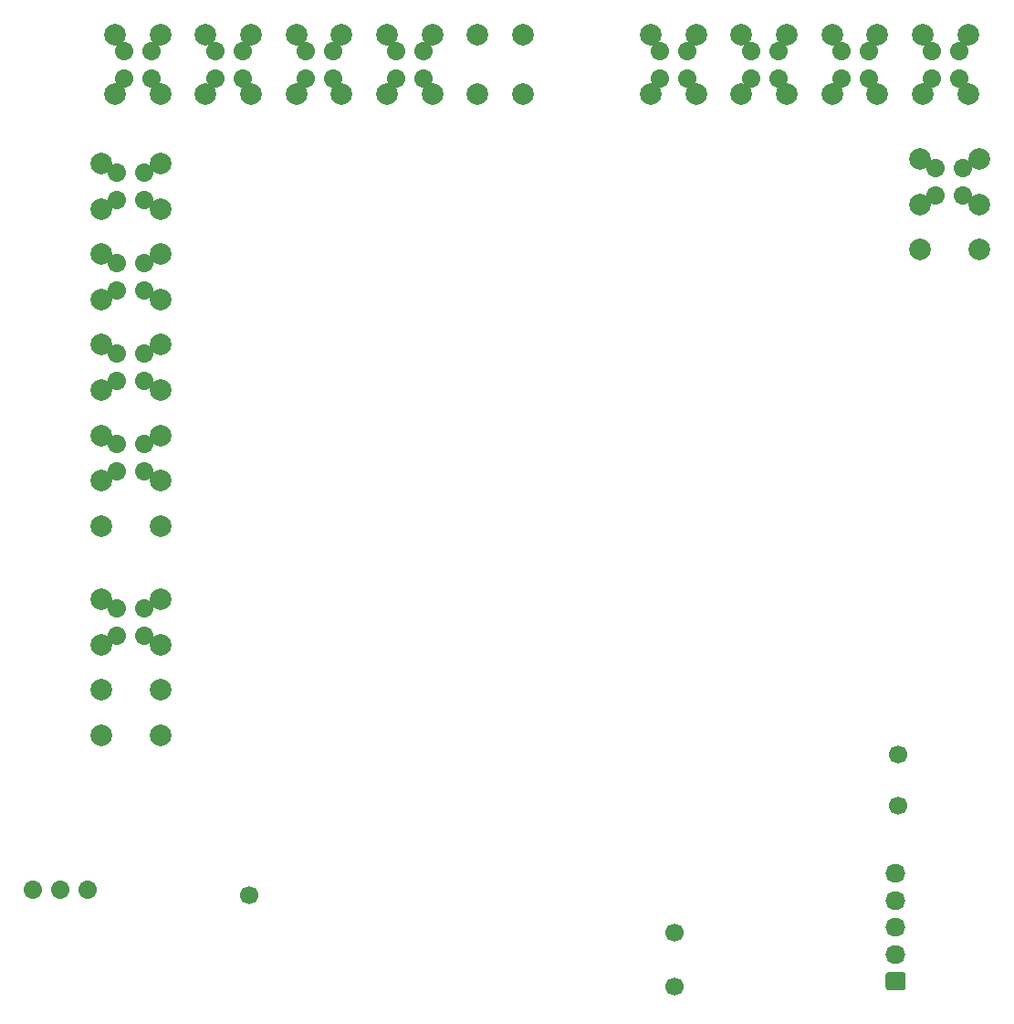
<source format=gbl>
G04 #@! TF.GenerationSoftware,KiCad,Pcbnew,7.0.9*
G04 #@! TF.CreationDate,2024-02-17T00:51:03+03:00*
G04 #@! TF.ProjectId,hellen1-uaefi,68656c6c-656e-4312-9d75-616566692e6b,rev?*
G04 #@! TF.SameCoordinates,PX55d4a80PY8f0d180*
G04 #@! TF.FileFunction,Copper,L4,Bot*
G04 #@! TF.FilePolarity,Positive*
%FSLAX46Y46*%
G04 Gerber Fmt 4.6, Leading zero omitted, Abs format (unit mm)*
G04 Created by KiCad (PCBNEW 7.0.9) date 2024-02-17 00:51:03*
%MOMM*%
%LPD*%
G01*
G04 APERTURE LIST*
G04 #@! TA.AperFunction,ComponentPad*
%ADD10C,1.700000*%
G04 #@! TD*
G04 #@! TA.AperFunction,ComponentPad*
%ADD11O,1.700000X1.700000*%
G04 #@! TD*
G04 #@! TA.AperFunction,ComponentPad*
%ADD12C,2.000000*%
G04 #@! TD*
G04 #@! TA.AperFunction,ComponentPad*
%ADD13O,1.850000X1.700000*%
G04 #@! TD*
G04 APERTURE END LIST*
D10*
G04 #@! TO.P,P805,1,Pin_1*
G04 #@! TO.N,Net-(M801-DC2_PWM)*
X23025126Y11000000D03*
G04 #@! TD*
G04 #@! TO.P,P804,1,Pin_1*
G04 #@! TO.N,Net-(M801-LED_GREEN)*
X62525126Y7500000D03*
G04 #@! TD*
G04 #@! TO.P,P803,1,Pin_1*
G04 #@! TO.N,Net-(M801-LED_YELLOW)*
X62525126Y2500000D03*
G04 #@! TD*
G04 #@! TO.P,P802,1,Pin_1*
G04 #@! TO.N,Net-(M801-Tx)*
X83225126Y19300000D03*
G04 #@! TD*
G04 #@! TO.P,P801,1,Pin_1*
G04 #@! TO.N,Net-(M801-Rx)*
X83225126Y24000000D03*
G04 #@! TD*
D11*
G04 #@! TO.P,J802,1,Pin_1*
G04 #@! TO.N,Net-(J802-Pin_1)*
X3025126Y11500000D03*
G04 #@! TO.P,J802,2,Pin_2*
G04 #@! TO.N,Net-(J802-Pin_2)*
X5565126Y11500000D03*
G04 #@! TO.P,J802,3,Pin_3*
G04 #@! TO.N,Net-(J802-Pin_3)*
X8105126Y11500000D03*
G04 #@! TD*
D12*
G04 #@! TO.P,P809,1,Pin_1*
G04 #@! TO.N,/GND_A4*
X9300126Y38400000D03*
G04 #@! TD*
D10*
G04 #@! TO.P,M801,P18,DC2_PWM*
G04 #@! TO.N,Net-(M801-DC2_PWM)*
X23025126Y11000000D03*
G04 #@! TO.P,M801,P17,DC1_PWM*
G04 #@! TO.N,Net-(J802-Pin_1)*
X3025126Y11500000D03*
G04 #@! TO.P,M801,P16,DC2_DIR*
G04 #@! TO.N,Net-(J802-Pin_3)*
X8105126Y11500000D03*
G04 #@! TO.P,M801,P15,DC1_DIR*
G04 #@! TO.N,Net-(J802-Pin_2)*
X5565126Y11500000D03*
G04 #@! TO.P,M801,P8,Tx*
G04 #@! TO.N,Net-(M801-Tx)*
X83225126Y19300000D03*
G04 #@! TO.P,M801,P7,Rx*
G04 #@! TO.N,Net-(M801-Rx)*
X83225126Y24000000D03*
G04 #@! TO.P,M801,P4,LED_GREEN*
G04 #@! TO.N,Net-(M801-LED_GREEN)*
X62525126Y7500000D03*
G04 #@! TO.P,M801,P3,LED_YELLOW*
G04 #@! TO.N,Net-(M801-LED_YELLOW)*
X62525126Y2500000D03*
D13*
G04 #@! TO.P,M801,J5,GND*
G04 #@! TO.N,Net-(J801-Pin_5)*
X83025126Y13000000D03*
G04 #@! TO.P,M801,J4,GND*
G04 #@! TO.N,Net-(J801-Pin_4)*
X83025126Y10500000D03*
G04 #@! TO.P,M801,J3,USB+*
G04 #@! TO.N,Net-(J801-Pin_3)*
X83025126Y8000000D03*
G04 #@! TO.P,M801,J2,USB-*
G04 #@! TO.N,Net-(J801-Pin_2)*
X83025126Y5500000D03*
G04 #@! TO.P,M801,J1,VBUS*
G04 #@! TO.N,Net-(J801-Pin_1)*
G04 #@! TA.AperFunction,ComponentPad*
G36*
G01*
X83700126Y2150000D02*
X82350126Y2150000D01*
G75*
G02*
X82100126Y2400000I0J250000D01*
G01*
X82100126Y3600000D01*
G75*
G02*
X82350126Y3850000I250000J0D01*
G01*
X83700126Y3850000D01*
G75*
G02*
X83950126Y3600000I0J-250000D01*
G01*
X83950126Y2400000D01*
G75*
G02*
X83700126Y2150000I-250000J0D01*
G01*
G37*
G04 #@! TD.AperFunction*
D12*
G04 #@! TO.P,M801,E6,WBO_Vm*
G04 #@! TO.N,/WBO_Vm*
X85250126Y70800000D03*
D10*
G04 #@! TO.P,M801,E5,WBO_Ip*
G04 #@! TO.N,/WBO_Ip*
X86750126Y75850000D03*
D12*
X85250126Y75000000D03*
D10*
G04 #@! TO.P,M801,E4,WBO_Un*
G04 #@! TO.N,/WBO_Un*
X86750126Y78390000D03*
D12*
X85250126Y79200000D03*
G04 #@! TO.P,M801,E3,WBO_Heater*
G04 #@! TO.N,/WBO_Heater*
X90750126Y70800000D03*
G04 #@! TO.P,M801,E2,WBO_Rtrim*
G04 #@! TO.N,/WBO_Rtrim*
X90750126Y75000000D03*
D10*
X89290126Y75850000D03*
D12*
G04 #@! TO.P,M801,E1,+12V_RAW*
G04 #@! TO.N,/WBO_12V*
X90750126Y79200000D03*
D10*
X89290126Y78390000D03*
D12*
G04 #@! TO.P,M801,D16,IN_CLT*
G04 #@! TO.N,/IN_CLT*
X89725126Y85225000D03*
D10*
X88915126Y86685000D03*
G04 #@! TO.P,M801,D15,IN_IAT*
G04 #@! TO.N,/IN_IAT*
X86375126Y86685000D03*
D12*
X85525126Y85225000D03*
G04 #@! TO.P,M801,D14,IN_KNOCK_RAW*
G04 #@! TO.N,/IN_KNOCK_RAW*
X81325126Y85225000D03*
D10*
X80515126Y86685000D03*
G04 #@! TO.P,M801,D13,IN_TPS1*
G04 #@! TO.N,/IN_TPS1*
X77975126Y86685000D03*
D12*
X77125126Y85225000D03*
G04 #@! TO.P,M801,D12,GNDA*
G04 #@! TO.N,/GNDA_D12*
X72925126Y85225000D03*
D10*
X72115126Y86685000D03*
G04 #@! TO.P,M801,D11,GNDA*
G04 #@! TO.N,/GNDA_D11*
X69575126Y86685000D03*
D12*
X68725126Y85225000D03*
G04 #@! TO.P,M801,D10,IN_BUTTON2*
G04 #@! TO.N,/IN_BUTTON2*
X64525126Y85225000D03*
D10*
X63715126Y86685000D03*
G04 #@! TO.P,M801,D9,IN_MAP*
G04 #@! TO.N,/IN_MAP*
X61175126Y86685000D03*
D12*
X60325126Y85225000D03*
G04 #@! TO.P,M801,D8,CAN-*
G04 #@! TO.N,/CAN-*
X89725126Y90725000D03*
D10*
X88915126Y89225000D03*
G04 #@! TO.P,M801,D7,CAN+*
G04 #@! TO.N,/CAN+*
X86375126Y89225000D03*
D12*
X85525126Y90725000D03*
G04 #@! TO.P,M801,D6,IN_PPS1*
G04 #@! TO.N,/IN_PPS1*
X81325126Y90725000D03*
D10*
X80515126Y89225000D03*
G04 #@! TO.P,M801,D5,IN_FLEX*
G04 #@! TO.N,/IN_FLEX*
X77975126Y89225000D03*
D12*
X77125126Y90725000D03*
G04 #@! TO.P,M801,D4,+5VP*
G04 #@! TO.N,/5VP_D4*
X72925126Y90725000D03*
D10*
X72115126Y89225000D03*
G04 #@! TO.P,M801,D3,+5VP*
G04 #@! TO.N,/5VP_D3*
X69575126Y89225000D03*
D12*
X68725126Y90725000D03*
G04 #@! TO.P,M801,D2,IN_BUTTON1*
G04 #@! TO.N,/IN_BUTTON1*
X64525126Y90725000D03*
D10*
X63715126Y89225000D03*
G04 #@! TO.P,M801,D1,IN_AUX1*
G04 #@! TO.N,/IN_AUX1*
X61175126Y89225000D03*
D12*
X60325126Y90725000D03*
G04 #@! TO.P,M801,C20,EGT-*
G04 #@! TO.N,/EGT-*
X48425126Y85225000D03*
G04 #@! TO.P,M801,C19,VR_DISCRETE-*
G04 #@! TO.N,/VR1-*
X44225126Y85225000D03*
G04 #@! TO.P,M801,C18,VR_DISCRETE+*
G04 #@! TO.N,/VR1+*
X40025126Y85225000D03*
D10*
X39215126Y86685000D03*
G04 #@! TO.P,M801,C17,VR_MAX9924-*
G04 #@! TO.N,/VR2-*
X36675126Y86685000D03*
D12*
X35825126Y85225000D03*
G04 #@! TO.P,M801,C16,VR_MAX9924+*
G04 #@! TO.N,/VR2+*
X31625126Y85225000D03*
D10*
X30815126Y86685000D03*
G04 #@! TO.P,M801,C15,IN_AUX3*
G04 #@! TO.N,/IN_AUX3*
X28275126Y86685000D03*
D12*
X27425126Y85225000D03*
G04 #@! TO.P,M801,C14,IN_TPS2*
G04 #@! TO.N,/IN_TPS2*
X23225126Y85225000D03*
D10*
X22415126Y86685000D03*
G04 #@! TO.P,M801,C13,GNDA*
G04 #@! TO.N,/GNDA_C13*
X19875126Y86685000D03*
D12*
X19025126Y85225000D03*
G04 #@! TO.P,M801,C12,GNDA*
G04 #@! TO.N,/GNDA_C12*
X14825126Y85225000D03*
D10*
X14015126Y86685000D03*
G04 #@! TO.P,M801,C11,GNDA*
G04 #@! TO.N,/GNDA_C11*
X11475126Y86685000D03*
D12*
X10625126Y85225000D03*
G04 #@! TO.P,M801,C10,EGT+*
G04 #@! TO.N,/EGT+*
X48425126Y90725000D03*
G04 #@! TO.P,M801,C9,IN_BUTTON3*
G04 #@! TO.N,/IN_BUTTON3*
X44225126Y90725000D03*
G04 #@! TO.P,M801,C8,GND*
G04 #@! TO.N,/GND_C8*
X40025126Y90725000D03*
D10*
X39215126Y89225000D03*
G04 #@! TO.P,M801,C7,IN_HALL3*
G04 #@! TO.N,/IN_HALL3*
X36675126Y89225000D03*
D12*
X35825126Y90725000D03*
G04 #@! TO.P,M801,C6,IN_HALL2*
G04 #@! TO.N,/IN_HALL2*
X31625126Y90725000D03*
D10*
X30815126Y89225000D03*
G04 #@! TO.P,M801,C5,IN_HALL1*
G04 #@! TO.N,/IN_HALL1*
X28275126Y89225000D03*
D12*
X27425126Y90725000D03*
G04 #@! TO.P,M801,C4,IN_PPS2*
G04 #@! TO.N,/IN_PPS2*
X23225126Y90725000D03*
D10*
X22415126Y89225000D03*
G04 #@! TO.P,M801,C3,IN_AUX2*
G04 #@! TO.N,/IN_AUX2*
X19875126Y89225000D03*
D12*
X19025126Y90725000D03*
G04 #@! TO.P,M801,C2,+5VP*
G04 #@! TO.N,/5VP_C2*
X14825126Y90725000D03*
D10*
X14015126Y89225000D03*
G04 #@! TO.P,M801,C1,+5VP*
G04 #@! TO.N,/5VP_C1*
X11475126Y89225000D03*
D12*
X10625126Y90725000D03*
G04 #@! TO.P,M801,B18,OUT_LS2*
G04 #@! TO.N,/OUT_LS2*
X14800126Y78800000D03*
D10*
X13340126Y77990000D03*
D12*
G04 #@! TO.P,M801,B17,OUT_LS3*
G04 #@! TO.N,/OUT_LS3*
X14800126Y74600000D03*
D10*
X13340126Y75450000D03*
D12*
G04 #@! TO.P,M801,B16,OUT_LS4*
G04 #@! TO.N,/OUT_LS4*
X14800126Y70400000D03*
D10*
X13340126Y69590000D03*
D12*
G04 #@! TO.P,M801,B15,OUT_IGN1*
G04 #@! TO.N,/OUT_IGN1*
X14800126Y66200000D03*
D10*
X13340126Y67050000D03*
D12*
G04 #@! TO.P,M801,B14,OUT_IGN2*
G04 #@! TO.N,/OUT_IGN2*
X14800126Y62000000D03*
D10*
X13340126Y61190000D03*
D12*
G04 #@! TO.P,M801,B13,OUT_IGN5*
G04 #@! TO.N,/OUT_IGN5*
X14800126Y57800000D03*
D10*
X13340126Y58650000D03*
D12*
G04 #@! TO.P,M801,B12,OUT_IGN3*
G04 #@! TO.N,/OUT_IGN3*
X14800126Y53600000D03*
D10*
X13340126Y52790000D03*
D12*
G04 #@! TO.P,M801,B11,OUT_IGN4*
G04 #@! TO.N,/OUT_IGN4*
X14800126Y49400000D03*
D10*
X13340126Y50250000D03*
D12*
G04 #@! TO.P,M801,B10,OUT_IGN6*
G04 #@! TO.N,/OUT_IGN6*
X14800126Y45200000D03*
D10*
G04 #@! TO.P,M801,B9,OUT_LS_WEAK1*
G04 #@! TO.N,/OUT_LS_HOT1*
X10800126Y77990000D03*
D12*
X9300126Y78800000D03*
D10*
G04 #@! TO.P,M801,B8,OUT_LS_WEAK2*
G04 #@! TO.N,/OUT_LS_HOT2*
X10800126Y75450000D03*
D12*
X9300126Y74600000D03*
D10*
G04 #@! TO.P,M801,B7,OUT_LS1*
G04 #@! TO.N,/OUT_LS1*
X10800126Y69590000D03*
D12*
X9300126Y70400000D03*
D10*
G04 #@! TO.P,M801,B6,OUT_INJ1*
G04 #@! TO.N,/OUT_INJ1*
X10800126Y67050000D03*
D12*
X9300126Y66200000D03*
D10*
G04 #@! TO.P,M801,B5,OUT_INJ2*
G04 #@! TO.N,/OUT_INJ2*
X10800126Y61190000D03*
D12*
X9300126Y62000000D03*
D10*
G04 #@! TO.P,M801,B4,OUT_INJ3*
G04 #@! TO.N,/OUT_INJ3*
X10800126Y58650000D03*
D12*
X9300126Y57800000D03*
D10*
G04 #@! TO.P,M801,B3,OUT_INJ4*
G04 #@! TO.N,/OUT_INJ4*
X10800126Y52790000D03*
D12*
X9300126Y53600000D03*
D10*
G04 #@! TO.P,M801,B2,OUT_INJ5*
G04 #@! TO.N,/OUT_INJ5*
X10800126Y50250000D03*
D12*
X9300126Y49400000D03*
G04 #@! TO.P,M801,B1,OUT_INJ6*
G04 #@! TO.N,/OUT_INJ6*
X9300126Y45200000D03*
G04 #@! TO.P,M801,A8,IN_V_MAIN*
G04 #@! TO.N,/12V*
X14800126Y38400000D03*
D10*
X13340126Y37590000D03*
D12*
G04 #@! TO.P,M801,A7,IN_VIGN*
G04 #@! TO.N,/12V_KEY*
X14800126Y34200000D03*
D10*
X13340126Y35050000D03*
D12*
G04 #@! TO.P,M801,A6,OUT_DC2+*
G04 #@! TO.N,/OUT_DC2+*
X14800126Y30000000D03*
G04 #@! TO.P,M801,A5,OUT_DC1+*
G04 #@! TO.N,/OUT_DC1+*
X14800126Y25800000D03*
D10*
G04 #@! TO.P,M801,A4,GND*
G04 #@! TO.N,/GND_A4*
X10800126Y37590000D03*
D12*
X9300126Y38400000D03*
D10*
G04 #@! TO.P,M801,A3,GND*
G04 #@! TO.N,/GND_A3*
X10800126Y35050000D03*
D12*
X9300126Y34200000D03*
G04 #@! TO.P,M801,A2,OUT_DC2-*
G04 #@! TO.N,/OUT_DC2-*
X9300126Y30000000D03*
G04 #@! TO.P,M801,A1,OUT_DC1-*
G04 #@! TO.N,/OUT_DC1-*
X9300126Y25800000D03*
G04 #@! TD*
D11*
G04 #@! TO.P,J805,1,Pin_1*
G04 #@! TO.N,/5VP_D3*
X69575126Y89225000D03*
G04 #@! TO.P,J805,2,Pin_2*
G04 #@! TO.N,/5VP_D4*
X72115126Y89225000D03*
G04 #@! TO.P,J805,3,Pin_3*
G04 #@! TO.N,/GNDA_D11*
X69575126Y86685000D03*
G04 #@! TO.P,J805,4,Pin_4*
G04 #@! TO.N,/GNDA_D12*
X72115126Y86685000D03*
G04 #@! TD*
D12*
G04 #@! TO.P,P825,1,Pin_1*
G04 #@! TO.N,/OUT_IGN3*
X14800126Y53600000D03*
G04 #@! TD*
G04 #@! TO.P,P859,1,Pin_1*
G04 #@! TO.N,/CAN-*
X89725126Y90725000D03*
G04 #@! TD*
G04 #@! TO.P,P824,1,Pin_1*
G04 #@! TO.N,/OUT_IGN4*
X14800126Y49400000D03*
G04 #@! TD*
G04 #@! TO.P,P834,1,Pin_1*
G04 #@! TO.N,/IN_AUX2*
X19025126Y90725000D03*
G04 #@! TD*
G04 #@! TO.P,P819,1,Pin_1*
G04 #@! TO.N,/OUT_INJ1*
X9300126Y66200000D03*
G04 #@! TD*
G04 #@! TO.P,P852,1,Pin_1*
G04 #@! TO.N,/IN_AUX1*
X60325126Y90725000D03*
G04 #@! TD*
G04 #@! TO.P,P867,1,Pin_1*
G04 #@! TO.N,/IN_CLT*
X89725126Y85225000D03*
G04 #@! TD*
G04 #@! TO.P,P818,1,Pin_1*
G04 #@! TO.N,/OUT_INJ2*
X9300126Y62000000D03*
G04 #@! TD*
G04 #@! TO.P,P817,1,Pin_1*
G04 #@! TO.N,/OUT_INJ3*
X9300126Y57800000D03*
G04 #@! TD*
G04 #@! TO.P,P841,1,Pin_1*
G04 #@! TO.N,/EGT+*
X48425126Y90725000D03*
G04 #@! TD*
G04 #@! TO.P,P872,1,Pin_1*
G04 #@! TO.N,/WBO_Ip*
X85250126Y75000000D03*
G04 #@! TD*
G04 #@! TO.P,P857,1,Pin_1*
G04 #@! TO.N,/IN_PPS1*
X81325126Y90725000D03*
G04 #@! TD*
G04 #@! TO.P,P840,1,Pin_1*
G04 #@! TO.N,/IN_BUTTON3*
X44225126Y90725000D03*
G04 #@! TD*
G04 #@! TO.P,P837,1,Pin_1*
G04 #@! TO.N,/IN_HALL2*
X31625126Y90725000D03*
G04 #@! TD*
G04 #@! TO.P,P822,1,Pin_1*
G04 #@! TO.N,/OUT_LS_HOT1*
X9300126Y78800000D03*
G04 #@! TD*
G04 #@! TO.P,P870,1,Pin_1*
G04 #@! TO.N,/WBO_Heater*
X90750126Y70800000D03*
G04 #@! TD*
D11*
G04 #@! TO.P,J815,1,Pin_1*
G04 #@! TO.N,/IN_HALL3*
X36675126Y89225000D03*
G04 #@! TO.P,J815,2,Pin_2*
G04 #@! TO.N,/GND_C8*
X39215126Y89225000D03*
G04 #@! TO.P,J815,3,Pin_3*
G04 #@! TO.N,/VR2-*
X36675126Y86685000D03*
G04 #@! TO.P,J815,4,Pin_4*
G04 #@! TO.N,/VR1+*
X39215126Y86685000D03*
G04 #@! TD*
D12*
G04 #@! TO.P,P865,1,Pin_1*
G04 #@! TO.N,/IN_KNOCK_RAW*
X81325126Y85225000D03*
G04 #@! TD*
G04 #@! TO.P,P835,1,Pin_1*
G04 #@! TO.N,/IN_PPS2*
X23225126Y90725000D03*
G04 #@! TD*
G04 #@! TO.P,P816,1,Pin_1*
G04 #@! TO.N,/OUT_INJ4*
X9300126Y53600000D03*
G04 #@! TD*
G04 #@! TO.P,P838,1,Pin_1*
G04 #@! TO.N,/IN_HALL3*
X35825126Y90725000D03*
G04 #@! TD*
G04 #@! TO.P,P848,1,Pin_1*
G04 #@! TO.N,/VR2-*
X35825126Y85225000D03*
G04 #@! TD*
G04 #@! TO.P,P866,1,Pin_1*
G04 #@! TO.N,/IN_IAT*
X85525126Y85225000D03*
G04 #@! TD*
G04 #@! TO.P,P813,1,Pin_1*
G04 #@! TO.N,/12V*
X14800126Y38400000D03*
G04 #@! TD*
D11*
G04 #@! TO.P,J806,1,Pin_1*
G04 #@! TO.N,/OUT_LS_HOT1*
X10800126Y77990000D03*
G04 #@! TO.P,J806,2,Pin_2*
G04 #@! TO.N,/OUT_LS2*
X13340126Y77990000D03*
G04 #@! TO.P,J806,3,Pin_3*
G04 #@! TO.N,/OUT_LS_HOT2*
X10800126Y75450000D03*
G04 #@! TO.P,J806,4,Pin_4*
G04 #@! TO.N,/OUT_LS3*
X13340126Y75450000D03*
G04 #@! TD*
D12*
G04 #@! TO.P,P830,1,Pin_1*
G04 #@! TO.N,/OUT_LS3*
X14800126Y74600000D03*
G04 #@! TD*
G04 #@! TO.P,P853,1,Pin_1*
G04 #@! TO.N,/IN_BUTTON1*
X64525126Y90725000D03*
G04 #@! TD*
G04 #@! TO.P,P854,1,Pin_1*
G04 #@! TO.N,/5VP_D3*
X68725126Y90725000D03*
G04 #@! TD*
D11*
G04 #@! TO.P,J816,1,Pin_1*
G04 #@! TO.N,/OUT_INJ4*
X10800126Y52790000D03*
G04 #@! TO.P,J816,2,Pin_2*
G04 #@! TO.N,/OUT_IGN3*
X13340126Y52790000D03*
G04 #@! TO.P,J816,3,Pin_3*
G04 #@! TO.N,/OUT_INJ5*
X10800126Y50250000D03*
G04 #@! TO.P,J816,4,Pin_4*
G04 #@! TO.N,/OUT_IGN4*
X13340126Y50250000D03*
G04 #@! TD*
G04 #@! TO.P,J801,1,Pin_1*
G04 #@! TO.N,Net-(J801-Pin_1)*
G04 #@! TA.AperFunction,ComponentPad*
G36*
G01*
X83700126Y2150000D02*
X82350126Y2150000D01*
G75*
G02*
X82100126Y2400000I0J250000D01*
G01*
X82100126Y3600000D01*
G75*
G02*
X82350126Y3850000I250000J0D01*
G01*
X83700126Y3850000D01*
G75*
G02*
X83950126Y3600000I0J-250000D01*
G01*
X83950126Y2400000D01*
G75*
G02*
X83700126Y2150000I-250000J0D01*
G01*
G37*
G04 #@! TD.AperFunction*
D13*
G04 #@! TO.P,J801,2,Pin_2*
G04 #@! TO.N,Net-(J801-Pin_2)*
X83025126Y5500000D03*
G04 #@! TO.P,J801,3,Pin_3*
G04 #@! TO.N,Net-(J801-Pin_3)*
X83025126Y8000000D03*
G04 #@! TO.P,J801,4,Pin_4*
G04 #@! TO.N,Net-(J801-Pin_4)*
X83025126Y10500000D03*
G04 #@! TO.P,J801,5,Pin_5*
G04 #@! TO.N,Net-(J801-Pin_5)*
X83025126Y13000000D03*
G04 #@! TD*
D11*
G04 #@! TO.P,J809,1,Pin_1*
G04 #@! TO.N,/OUT_LS1*
X10800126Y69590000D03*
G04 #@! TO.P,J809,2,Pin_2*
G04 #@! TO.N,/OUT_LS4*
X13340126Y69590000D03*
G04 #@! TO.P,J809,3,Pin_3*
G04 #@! TO.N,/OUT_INJ1*
X10800126Y67050000D03*
G04 #@! TO.P,J809,4,Pin_4*
G04 #@! TO.N,/OUT_IGN1*
X13340126Y67050000D03*
G04 #@! TD*
D12*
G04 #@! TO.P,P861,1,Pin_1*
G04 #@! TO.N,/IN_BUTTON2*
X64525126Y85225000D03*
G04 #@! TD*
G04 #@! TO.P,P864,1,Pin_1*
G04 #@! TO.N,/IN_TPS1*
X77125126Y85225000D03*
G04 #@! TD*
G04 #@! TO.P,P855,1,Pin_1*
G04 #@! TO.N,/5VP_D4*
X72925126Y90725000D03*
G04 #@! TD*
G04 #@! TO.P,P811,1,Pin_1*
G04 #@! TO.N,/OUT_DC2+*
X14800126Y30000000D03*
G04 #@! TD*
G04 #@! TO.P,P849,1,Pin_1*
G04 #@! TO.N,/VR1+*
X40025126Y85225000D03*
G04 #@! TD*
G04 #@! TO.P,P828,1,Pin_1*
G04 #@! TO.N,/OUT_IGN1*
X14800126Y66200000D03*
G04 #@! TD*
G04 #@! TO.P,P860,1,Pin_1*
G04 #@! TO.N,/IN_MAP*
X60325126Y85225000D03*
G04 #@! TD*
D11*
G04 #@! TO.P,J814,1,Pin_1*
G04 #@! TO.N,/CAN+*
X86375126Y89225000D03*
G04 #@! TO.P,J814,2,Pin_2*
G04 #@! TO.N,/CAN-*
X88915126Y89225000D03*
G04 #@! TO.P,J814,3,Pin_3*
G04 #@! TO.N,/IN_IAT*
X86375126Y86685000D03*
G04 #@! TO.P,J814,4,Pin_4*
G04 #@! TO.N,/IN_CLT*
X88915126Y86685000D03*
G04 #@! TD*
D12*
G04 #@! TO.P,P807,1,Pin_1*
G04 #@! TO.N,/OUT_DC2-*
X9300126Y30000000D03*
G04 #@! TD*
G04 #@! TO.P,P832,1,Pin_1*
G04 #@! TO.N,/5VP_C1*
X10625126Y90725000D03*
G04 #@! TD*
D11*
G04 #@! TO.P,J812,1,Pin_1*
G04 #@! TO.N,/WBO_Un*
X86750126Y78390000D03*
G04 #@! TO.P,J812,2,Pin_2*
G04 #@! TO.N,/WBO_12V*
X89290126Y78390000D03*
G04 #@! TO.P,J812,3,Pin_3*
G04 #@! TO.N,/WBO_Ip*
X86750126Y75850000D03*
G04 #@! TO.P,J812,4,Pin_4*
G04 #@! TO.N,/WBO_Rtrim*
X89290126Y75850000D03*
G04 #@! TD*
D12*
G04 #@! TO.P,P871,1,Pin_1*
G04 #@! TO.N,/WBO_Un*
X85250126Y79200000D03*
G04 #@! TD*
G04 #@! TO.P,P863,1,Pin_1*
G04 #@! TO.N,/GNDA_D12*
X72925126Y85225000D03*
G04 #@! TD*
G04 #@! TO.P,P820,1,Pin_1*
G04 #@! TO.N,/OUT_LS1*
X9300126Y70400000D03*
G04 #@! TD*
G04 #@! TO.P,P844,1,Pin_1*
G04 #@! TO.N,/GNDA_C13*
X19025126Y85225000D03*
G04 #@! TD*
D11*
G04 #@! TO.P,J804,1,Pin_1*
G04 #@! TO.N,/IN_AUX1*
X61175126Y89225000D03*
G04 #@! TO.P,J804,2,Pin_2*
G04 #@! TO.N,/IN_BUTTON1*
X63715126Y89225000D03*
G04 #@! TO.P,J804,3,Pin_3*
G04 #@! TO.N,/IN_MAP*
X61175126Y86685000D03*
G04 #@! TO.P,J804,4,Pin_4*
G04 #@! TO.N,/IN_BUTTON2*
X63715126Y86685000D03*
G04 #@! TD*
G04 #@! TO.P,J803,1,Pin_1*
G04 #@! TO.N,/GND_A4*
X10800126Y37590000D03*
G04 #@! TO.P,J803,2,Pin_2*
G04 #@! TO.N,/12V*
X13340126Y37590000D03*
G04 #@! TO.P,J803,3,Pin_3*
G04 #@! TO.N,/GND_A3*
X10800126Y35050000D03*
G04 #@! TO.P,J803,4,Pin_4*
G04 #@! TO.N,/12V_KEY*
X13340126Y35050000D03*
G04 #@! TD*
D12*
G04 #@! TO.P,P847,1,Pin_1*
G04 #@! TO.N,/VR2+*
X31625126Y85225000D03*
G04 #@! TD*
G04 #@! TO.P,P808,1,Pin_1*
G04 #@! TO.N,/GND_A3*
X9300126Y34200000D03*
G04 #@! TD*
D11*
G04 #@! TO.P,J807,1,Pin_1*
G04 #@! TO.N,/5VP_C1*
X11475126Y89225000D03*
G04 #@! TO.P,J807,2,Pin_2*
G04 #@! TO.N,/5VP_C2*
X14015126Y89225000D03*
G04 #@! TO.P,J807,3,Pin_3*
G04 #@! TO.N,/GNDA_C11*
X11475126Y86685000D03*
G04 #@! TO.P,J807,4,Pin_4*
G04 #@! TO.N,/GNDA_C12*
X14015126Y86685000D03*
G04 #@! TD*
D12*
G04 #@! TO.P,P831,1,Pin_1*
G04 #@! TO.N,/OUT_LS2*
X14800126Y78800000D03*
G04 #@! TD*
G04 #@! TO.P,P814,1,Pin_1*
G04 #@! TO.N,/OUT_INJ6*
X9300126Y45200000D03*
G04 #@! TD*
G04 #@! TO.P,P858,1,Pin_1*
G04 #@! TO.N,/CAN+*
X85525126Y90725000D03*
G04 #@! TD*
G04 #@! TO.P,P869,1,Pin_1*
G04 #@! TO.N,/WBO_Rtrim*
X90750126Y75000000D03*
G04 #@! TD*
G04 #@! TO.P,P846,1,Pin_1*
G04 #@! TO.N,/IN_AUX3*
X27425126Y85225000D03*
G04 #@! TD*
G04 #@! TO.P,P868,1,Pin_1*
G04 #@! TO.N,/WBO_12V*
X90750126Y79200000D03*
G04 #@! TD*
G04 #@! TO.P,P812,1,Pin_1*
G04 #@! TO.N,/12V_KEY*
X14800126Y34200000D03*
G04 #@! TD*
G04 #@! TO.P,P839,1,Pin_1*
G04 #@! TO.N,/GND_C8*
X40025126Y90725000D03*
G04 #@! TD*
G04 #@! TO.P,P850,1,Pin_1*
G04 #@! TO.N,/VR1-*
X44225126Y85225000D03*
G04 #@! TD*
D11*
G04 #@! TO.P,J811,1,Pin_1*
G04 #@! TO.N,/IN_HALL1*
X28275126Y89225000D03*
G04 #@! TO.P,J811,2,Pin_2*
G04 #@! TO.N,/IN_HALL2*
X30815126Y89225000D03*
G04 #@! TO.P,J811,3,Pin_3*
G04 #@! TO.N,/IN_AUX3*
X28275126Y86685000D03*
G04 #@! TO.P,J811,4,Pin_4*
G04 #@! TO.N,/VR2+*
X30815126Y86685000D03*
G04 #@! TD*
G04 #@! TO.P,J810,1,Pin_1*
G04 #@! TO.N,/IN_FLEX*
X77975126Y89225000D03*
G04 #@! TO.P,J810,2,Pin_2*
G04 #@! TO.N,/IN_PPS1*
X80515126Y89225000D03*
G04 #@! TO.P,J810,3,Pin_3*
G04 #@! TO.N,/IN_TPS1*
X77975126Y86685000D03*
G04 #@! TO.P,J810,4,Pin_4*
G04 #@! TO.N,/IN_KNOCK_RAW*
X80515126Y86685000D03*
G04 #@! TD*
G04 #@! TO.P,J808,1,Pin_1*
G04 #@! TO.N,/IN_AUX2*
X19875126Y89225000D03*
G04 #@! TO.P,J808,2,Pin_2*
G04 #@! TO.N,/IN_PPS2*
X22415126Y89225000D03*
G04 #@! TO.P,J808,3,Pin_3*
G04 #@! TO.N,/GNDA_C13*
X19875126Y86685000D03*
G04 #@! TO.P,J808,4,Pin_4*
G04 #@! TO.N,/IN_TPS2*
X22415126Y86685000D03*
G04 #@! TD*
D12*
G04 #@! TO.P,P827,1,Pin_1*
G04 #@! TO.N,/OUT_IGN2*
X14800126Y62000000D03*
G04 #@! TD*
G04 #@! TO.P,P833,1,Pin_1*
G04 #@! TO.N,/5VP_C2*
X14825126Y90725000D03*
G04 #@! TD*
G04 #@! TO.P,P821,1,Pin_1*
G04 #@! TO.N,/OUT_LS_HOT2*
X9300126Y74600000D03*
G04 #@! TD*
G04 #@! TO.P,P806,1,Pin_1*
G04 #@! TO.N,/OUT_DC1-*
X9300126Y25800000D03*
G04 #@! TD*
D11*
G04 #@! TO.P,J813,1,Pin_1*
G04 #@! TO.N,/OUT_INJ2*
X10800126Y61190000D03*
G04 #@! TO.P,J813,2,Pin_2*
G04 #@! TO.N,/OUT_IGN2*
X13340126Y61190000D03*
G04 #@! TO.P,J813,3,Pin_3*
G04 #@! TO.N,/OUT_INJ3*
X10800126Y58650000D03*
G04 #@! TO.P,J813,4,Pin_4*
G04 #@! TO.N,/OUT_IGN5*
X13340126Y58650000D03*
G04 #@! TD*
D12*
G04 #@! TO.P,P842,1,Pin_1*
G04 #@! TO.N,/GNDA_C11*
X10625126Y85225000D03*
G04 #@! TD*
G04 #@! TO.P,P851,1,Pin_1*
G04 #@! TO.N,/EGT-*
X48425126Y85225000D03*
G04 #@! TD*
G04 #@! TO.P,P856,1,Pin_1*
G04 #@! TO.N,/IN_FLEX*
X77125126Y90725000D03*
G04 #@! TD*
G04 #@! TO.P,P845,1,Pin_1*
G04 #@! TO.N,/IN_TPS2*
X23225126Y85225000D03*
G04 #@! TD*
G04 #@! TO.P,P836,1,Pin_1*
G04 #@! TO.N,/IN_HALL1*
X27425126Y90725000D03*
G04 #@! TD*
G04 #@! TO.P,P843,1,Pin_1*
G04 #@! TO.N,/GNDA_C12*
X14825126Y85225000D03*
G04 #@! TD*
G04 #@! TO.P,P826,1,Pin_1*
G04 #@! TO.N,/OUT_IGN5*
X14800126Y57800000D03*
G04 #@! TD*
G04 #@! TO.P,P810,1,Pin_1*
G04 #@! TO.N,/OUT_DC1+*
X14800126Y25800000D03*
G04 #@! TD*
G04 #@! TO.P,P873,1,Pin_1*
G04 #@! TO.N,/WBO_Vm*
X85250126Y70800000D03*
G04 #@! TD*
G04 #@! TO.P,P829,1,Pin_1*
G04 #@! TO.N,/OUT_LS4*
X14800126Y70400000D03*
G04 #@! TD*
G04 #@! TO.P,P815,1,Pin_1*
G04 #@! TO.N,/OUT_INJ5*
X9300126Y49400000D03*
G04 #@! TD*
G04 #@! TO.P,P862,1,Pin_1*
G04 #@! TO.N,/GNDA_D11*
X68725126Y85225000D03*
G04 #@! TD*
G04 #@! TO.P,P823,1,Pin_1*
G04 #@! TO.N,/OUT_IGN6*
X14800126Y45200000D03*
G04 #@! TD*
M02*

</source>
